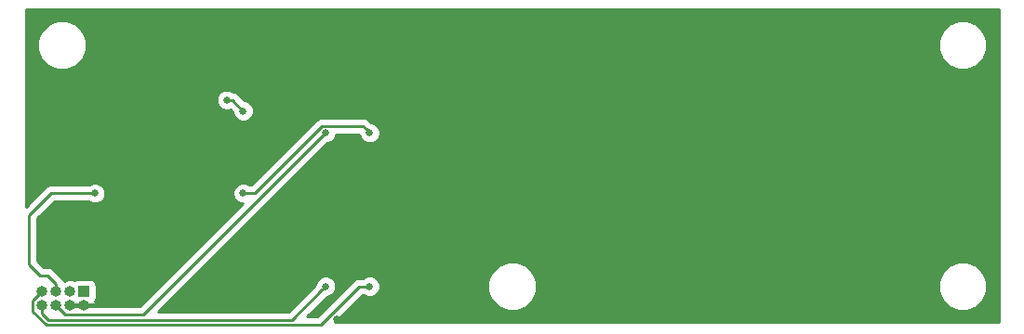
<source format=gbl>
G04 #@! TF.GenerationSoftware,KiCad,Pcbnew,5.0.1*
G04 #@! TF.CreationDate,2019-01-16T19:15:50-05:00*
G04 #@! TF.ProjectId,fydp,667964702E6B696361645F7063620000,rev?*
G04 #@! TF.SameCoordinates,Original*
G04 #@! TF.FileFunction,Copper,L2,Bot,Signal*
G04 #@! TF.FilePolarity,Positive*
%FSLAX46Y46*%
G04 Gerber Fmt 4.6, Leading zero omitted, Abs format (unit mm)*
G04 Created by KiCad (PCBNEW 5.0.1) date Wed 16 Jan 2019 07:15:50 PM EST*
%MOMM*%
%LPD*%
G01*
G04 APERTURE LIST*
G04 #@! TA.AperFunction,ComponentPad*
%ADD10R,1.000000X1.000000*%
G04 #@! TD*
G04 #@! TA.AperFunction,ComponentPad*
%ADD11O,1.000000X1.000000*%
G04 #@! TD*
G04 #@! TA.AperFunction,ViaPad*
%ADD12C,0.635000*%
G04 #@! TD*
G04 #@! TA.AperFunction,Conductor*
%ADD13C,0.250000*%
G04 #@! TD*
G04 #@! TA.AperFunction,Conductor*
%ADD14C,0.254000*%
G04 #@! TD*
G04 APERTURE END LIST*
D10*
G04 #@! TO.P,J1,1*
G04 #@! TO.N,+5V*
X6000000Y-26500000D03*
D11*
G04 #@! TO.P,J1,2*
G04 #@! TO.N,GND*
X6000000Y-27770000D03*
G04 #@! TO.P,J1,3*
G04 #@! TO.N,PD_out*
X4730000Y-26500000D03*
G04 #@! TO.P,J1,4*
G04 #@! TO.N,GND*
X4730000Y-27770000D03*
G04 #@! TO.P,J1,5*
G04 #@! TO.N,S3*
X3460000Y-26500000D03*
G04 #@! TO.P,J1,6*
G04 #@! TO.N,S2*
X3460000Y-27770000D03*
G04 #@! TO.P,J1,7*
G04 #@! TO.N,S1*
X2190000Y-26500000D03*
G04 #@! TO.P,J1,8*
G04 #@! TO.N,S0*
X2190000Y-27770000D03*
G04 #@! TD*
D12*
G04 #@! TO.N,GND*
X18000000Y-1500000D03*
X24000000Y-1500000D03*
X30000000Y-1500000D03*
X36000000Y-1500000D03*
X42000000Y-1500000D03*
X48000000Y-1500000D03*
X54000000Y-1500000D03*
X60000000Y-1500000D03*
X66000000Y-1500000D03*
X72000000Y-1500000D03*
X11500000Y-23214909D03*
X10500000Y-23214909D03*
X1500000Y-17500000D03*
X2500000Y-19500000D03*
X3500000Y-19500000D03*
X14736025Y-10421561D03*
X29000000Y-29000000D03*
X31000000Y-29000000D03*
X9500000Y-23500000D03*
X33000000Y-24000000D03*
X30927970Y-9190942D03*
X28927970Y-9190942D03*
X25000000Y-12500000D03*
X24000000Y-12500000D03*
X22500000Y-12500000D03*
X21500000Y-12500000D03*
G04 #@! TO.N,Net-(D1-Pad1)*
X20500000Y-10000000D03*
X19000000Y-9000000D03*
G04 #@! TO.N,S2*
X28000000Y-12000000D03*
G04 #@! TO.N,S0*
X28000000Y-26000000D03*
G04 #@! TO.N,S1*
X32000000Y-26000000D03*
G04 #@! TO.N,S3*
X7000000Y-17500000D03*
X20500000Y-17500000D03*
X32000000Y-12000000D03*
G04 #@! TD*
D13*
G04 #@! TO.N,Net-(D1-Pad1)*
X19500000Y-9000000D02*
X20500000Y-10000000D01*
X19000000Y-9000000D02*
X19500000Y-9000000D01*
G04 #@! TO.N,S2*
X27682501Y-12317499D02*
X28000000Y-12000000D01*
X4288201Y-28598201D02*
X11401799Y-28598201D01*
X11401799Y-28598201D02*
X27682501Y-12317499D01*
X3460000Y-27770000D02*
X4288201Y-28598201D01*
G04 #@! TO.N,S0*
X27682501Y-26317499D02*
X28000000Y-26000000D01*
X24948589Y-29051411D02*
X27682501Y-26317499D01*
X2764305Y-29051411D02*
X24948589Y-29051411D01*
X2190000Y-28477106D02*
X2764305Y-29051411D01*
X2190000Y-27770000D02*
X2190000Y-28477106D01*
G04 #@! TO.N,S1*
X31550988Y-26000000D02*
X32000000Y-26000000D01*
X31044362Y-26000000D02*
X31550988Y-26000000D01*
X27539741Y-29504621D02*
X31044362Y-26000000D01*
X2576580Y-29504621D02*
X27539741Y-29504621D01*
X1361799Y-28289840D02*
X2576580Y-29504621D01*
X1361799Y-27328201D02*
X1361799Y-28289840D01*
X2190000Y-26500000D02*
X1361799Y-27328201D01*
G04 #@! TO.N,S3*
X3460000Y-25792894D02*
X2667106Y-25000000D01*
X3460000Y-26500000D02*
X3460000Y-25792894D01*
X2667106Y-25000000D02*
X2000000Y-25000000D01*
X2000000Y-25000000D02*
X1000000Y-24000000D01*
X1000000Y-24000000D02*
X1000000Y-19500000D01*
X1000000Y-19500000D02*
X3000000Y-17500000D01*
X3000000Y-17500000D02*
X7000000Y-17500000D01*
X31682501Y-11682501D02*
X32000000Y-12000000D01*
X31354299Y-11354299D02*
X31682501Y-11682501D01*
X27690063Y-11354299D02*
X31354299Y-11354299D01*
X21544362Y-17500000D02*
X27690063Y-11354299D01*
X20500000Y-17500000D02*
X21544362Y-17500000D01*
G04 #@! TD*
D14*
G04 #@! TO.N,GND*
G36*
X89290001Y-29290000D02*
X28829163Y-29290000D01*
X31359164Y-26760000D01*
X31412961Y-26760000D01*
X31460452Y-26807491D01*
X31810536Y-26952500D01*
X32189464Y-26952500D01*
X32539548Y-26807491D01*
X32807491Y-26539548D01*
X32952500Y-26189464D01*
X32952500Y-25810536D01*
X32846833Y-25555431D01*
X42765000Y-25555431D01*
X42765000Y-26444569D01*
X43105259Y-27266026D01*
X43733974Y-27894741D01*
X44555431Y-28235000D01*
X45444569Y-28235000D01*
X46266026Y-27894741D01*
X46894741Y-27266026D01*
X47235000Y-26444569D01*
X47235000Y-25555431D01*
X83765000Y-25555431D01*
X83765000Y-26444569D01*
X84105259Y-27266026D01*
X84733974Y-27894741D01*
X85555431Y-28235000D01*
X86444569Y-28235000D01*
X87266026Y-27894741D01*
X87894741Y-27266026D01*
X88235000Y-26444569D01*
X88235000Y-25555431D01*
X87894741Y-24733974D01*
X87266026Y-24105259D01*
X86444569Y-23765000D01*
X85555431Y-23765000D01*
X84733974Y-24105259D01*
X84105259Y-24733974D01*
X83765000Y-25555431D01*
X47235000Y-25555431D01*
X46894741Y-24733974D01*
X46266026Y-24105259D01*
X45444569Y-23765000D01*
X44555431Y-23765000D01*
X43733974Y-24105259D01*
X43105259Y-24733974D01*
X42765000Y-25555431D01*
X32846833Y-25555431D01*
X32807491Y-25460452D01*
X32539548Y-25192509D01*
X32189464Y-25047500D01*
X31810536Y-25047500D01*
X31460452Y-25192509D01*
X31412961Y-25240000D01*
X31119210Y-25240000D01*
X31044362Y-25225112D01*
X30969514Y-25240000D01*
X30969510Y-25240000D01*
X30747825Y-25284096D01*
X30496433Y-25452071D01*
X30454033Y-25515527D01*
X27224940Y-28744621D01*
X26330181Y-28744621D01*
X28122303Y-26952500D01*
X28189464Y-26952500D01*
X28539548Y-26807491D01*
X28807491Y-26539548D01*
X28952500Y-26189464D01*
X28952500Y-25810536D01*
X28807491Y-25460452D01*
X28539548Y-25192509D01*
X28189464Y-25047500D01*
X27810536Y-25047500D01*
X27460452Y-25192509D01*
X27192509Y-25460452D01*
X27047500Y-25810536D01*
X27047500Y-25877697D01*
X24633788Y-28291411D01*
X12783390Y-28291411D01*
X28122302Y-12952500D01*
X28189464Y-12952500D01*
X28539548Y-12807491D01*
X28807491Y-12539548D01*
X28952500Y-12189464D01*
X28952500Y-12114299D01*
X31039498Y-12114299D01*
X31047500Y-12122301D01*
X31047500Y-12189464D01*
X31192509Y-12539548D01*
X31460452Y-12807491D01*
X31810536Y-12952500D01*
X32189464Y-12952500D01*
X32539548Y-12807491D01*
X32807491Y-12539548D01*
X32952500Y-12189464D01*
X32952500Y-11810536D01*
X32807491Y-11460452D01*
X32539548Y-11192509D01*
X32189464Y-11047500D01*
X32122301Y-11047500D01*
X31944630Y-10869829D01*
X31902228Y-10806370D01*
X31650836Y-10638395D01*
X31429151Y-10594299D01*
X31429146Y-10594299D01*
X31354299Y-10579411D01*
X31279452Y-10594299D01*
X27764911Y-10594299D01*
X27690063Y-10579411D01*
X27615215Y-10594299D01*
X27615211Y-10594299D01*
X27441668Y-10628819D01*
X27393525Y-10638395D01*
X27206481Y-10763375D01*
X27142134Y-10806370D01*
X27099734Y-10869826D01*
X21229561Y-16740000D01*
X21087039Y-16740000D01*
X21039548Y-16692509D01*
X20689464Y-16547500D01*
X20310536Y-16547500D01*
X19960452Y-16692509D01*
X19692509Y-16960452D01*
X19547500Y-17310536D01*
X19547500Y-17689464D01*
X19692509Y-18039548D01*
X19960452Y-18307491D01*
X20310536Y-18452500D01*
X20472698Y-18452500D01*
X11086998Y-27838201D01*
X4603669Y-27838201D01*
X4617235Y-27770000D01*
X4591973Y-27643000D01*
X4603000Y-27643000D01*
X4603000Y-27631973D01*
X4618217Y-27635000D01*
X4841783Y-27635000D01*
X4857000Y-27631973D01*
X4857000Y-27643000D01*
X5477678Y-27643000D01*
X5500000Y-27647440D01*
X6500000Y-27647440D01*
X6522322Y-27643000D01*
X6969135Y-27643000D01*
X7094132Y-27468123D01*
X7032667Y-27345777D01*
X7098157Y-27247765D01*
X7147440Y-27000000D01*
X7147440Y-26000000D01*
X7098157Y-25752235D01*
X6957809Y-25542191D01*
X6747765Y-25401843D01*
X6500000Y-25352560D01*
X5500000Y-25352560D01*
X5252235Y-25401843D01*
X5190836Y-25442869D01*
X5172855Y-25430854D01*
X4841783Y-25365000D01*
X4618217Y-25365000D01*
X4287145Y-25430854D01*
X4177454Y-25504147D01*
X4175904Y-25496357D01*
X4079822Y-25352560D01*
X4050329Y-25308420D01*
X4050327Y-25308418D01*
X4007929Y-25244965D01*
X3944475Y-25202567D01*
X3257437Y-24515529D01*
X3215035Y-24452071D01*
X2963643Y-24284096D01*
X2741958Y-24240000D01*
X2741953Y-24240000D01*
X2667106Y-24225112D01*
X2592259Y-24240000D01*
X2314802Y-24240000D01*
X1760000Y-23685199D01*
X1760000Y-19814801D01*
X3314802Y-18260000D01*
X6412961Y-18260000D01*
X6460452Y-18307491D01*
X6810536Y-18452500D01*
X7189464Y-18452500D01*
X7539548Y-18307491D01*
X7807491Y-18039548D01*
X7952500Y-17689464D01*
X7952500Y-17310536D01*
X7807491Y-16960452D01*
X7539548Y-16692509D01*
X7189464Y-16547500D01*
X6810536Y-16547500D01*
X6460452Y-16692509D01*
X6412961Y-16740000D01*
X3074846Y-16740000D01*
X2999999Y-16725112D01*
X2925152Y-16740000D01*
X2925148Y-16740000D01*
X2703463Y-16784096D01*
X2452071Y-16952071D01*
X2409671Y-17015527D01*
X710000Y-18715199D01*
X710000Y-8810536D01*
X18047500Y-8810536D01*
X18047500Y-9189464D01*
X18192509Y-9539548D01*
X18460452Y-9807491D01*
X18810536Y-9952500D01*
X19189464Y-9952500D01*
X19322566Y-9897367D01*
X19547500Y-10122302D01*
X19547500Y-10189464D01*
X19692509Y-10539548D01*
X19960452Y-10807491D01*
X20310536Y-10952500D01*
X20689464Y-10952500D01*
X21039548Y-10807491D01*
X21307491Y-10539548D01*
X21452500Y-10189464D01*
X21452500Y-9810536D01*
X21307491Y-9460452D01*
X21039548Y-9192509D01*
X20689464Y-9047500D01*
X20622302Y-9047500D01*
X20090331Y-8515530D01*
X20047929Y-8452071D01*
X19796537Y-8284096D01*
X19590065Y-8243026D01*
X19539548Y-8192509D01*
X19189464Y-8047500D01*
X18810536Y-8047500D01*
X18460452Y-8192509D01*
X18192509Y-8460452D01*
X18047500Y-8810536D01*
X710000Y-8810536D01*
X710000Y-3555431D01*
X1765000Y-3555431D01*
X1765000Y-4444569D01*
X2105259Y-5266026D01*
X2733974Y-5894741D01*
X3555431Y-6235000D01*
X4444569Y-6235000D01*
X5266026Y-5894741D01*
X5894741Y-5266026D01*
X6235000Y-4444569D01*
X6235000Y-3555431D01*
X83765000Y-3555431D01*
X83765000Y-4444569D01*
X84105259Y-5266026D01*
X84733974Y-5894741D01*
X85555431Y-6235000D01*
X86444569Y-6235000D01*
X87266026Y-5894741D01*
X87894741Y-5266026D01*
X88235000Y-4444569D01*
X88235000Y-3555431D01*
X87894741Y-2733974D01*
X87266026Y-2105259D01*
X86444569Y-1765000D01*
X85555431Y-1765000D01*
X84733974Y-2105259D01*
X84105259Y-2733974D01*
X83765000Y-3555431D01*
X6235000Y-3555431D01*
X5894741Y-2733974D01*
X5266026Y-2105259D01*
X4444569Y-1765000D01*
X3555431Y-1765000D01*
X2733974Y-2105259D01*
X2105259Y-2733974D01*
X1765000Y-3555431D01*
X710000Y-3555431D01*
X710000Y-710000D01*
X89290000Y-710000D01*
X89290001Y-29290000D01*
X89290001Y-29290000D01*
G37*
X89290001Y-29290000D02*
X28829163Y-29290000D01*
X31359164Y-26760000D01*
X31412961Y-26760000D01*
X31460452Y-26807491D01*
X31810536Y-26952500D01*
X32189464Y-26952500D01*
X32539548Y-26807491D01*
X32807491Y-26539548D01*
X32952500Y-26189464D01*
X32952500Y-25810536D01*
X32846833Y-25555431D01*
X42765000Y-25555431D01*
X42765000Y-26444569D01*
X43105259Y-27266026D01*
X43733974Y-27894741D01*
X44555431Y-28235000D01*
X45444569Y-28235000D01*
X46266026Y-27894741D01*
X46894741Y-27266026D01*
X47235000Y-26444569D01*
X47235000Y-25555431D01*
X83765000Y-25555431D01*
X83765000Y-26444569D01*
X84105259Y-27266026D01*
X84733974Y-27894741D01*
X85555431Y-28235000D01*
X86444569Y-28235000D01*
X87266026Y-27894741D01*
X87894741Y-27266026D01*
X88235000Y-26444569D01*
X88235000Y-25555431D01*
X87894741Y-24733974D01*
X87266026Y-24105259D01*
X86444569Y-23765000D01*
X85555431Y-23765000D01*
X84733974Y-24105259D01*
X84105259Y-24733974D01*
X83765000Y-25555431D01*
X47235000Y-25555431D01*
X46894741Y-24733974D01*
X46266026Y-24105259D01*
X45444569Y-23765000D01*
X44555431Y-23765000D01*
X43733974Y-24105259D01*
X43105259Y-24733974D01*
X42765000Y-25555431D01*
X32846833Y-25555431D01*
X32807491Y-25460452D01*
X32539548Y-25192509D01*
X32189464Y-25047500D01*
X31810536Y-25047500D01*
X31460452Y-25192509D01*
X31412961Y-25240000D01*
X31119210Y-25240000D01*
X31044362Y-25225112D01*
X30969514Y-25240000D01*
X30969510Y-25240000D01*
X30747825Y-25284096D01*
X30496433Y-25452071D01*
X30454033Y-25515527D01*
X27224940Y-28744621D01*
X26330181Y-28744621D01*
X28122303Y-26952500D01*
X28189464Y-26952500D01*
X28539548Y-26807491D01*
X28807491Y-26539548D01*
X28952500Y-26189464D01*
X28952500Y-25810536D01*
X28807491Y-25460452D01*
X28539548Y-25192509D01*
X28189464Y-25047500D01*
X27810536Y-25047500D01*
X27460452Y-25192509D01*
X27192509Y-25460452D01*
X27047500Y-25810536D01*
X27047500Y-25877697D01*
X24633788Y-28291411D01*
X12783390Y-28291411D01*
X28122302Y-12952500D01*
X28189464Y-12952500D01*
X28539548Y-12807491D01*
X28807491Y-12539548D01*
X28952500Y-12189464D01*
X28952500Y-12114299D01*
X31039498Y-12114299D01*
X31047500Y-12122301D01*
X31047500Y-12189464D01*
X31192509Y-12539548D01*
X31460452Y-12807491D01*
X31810536Y-12952500D01*
X32189464Y-12952500D01*
X32539548Y-12807491D01*
X32807491Y-12539548D01*
X32952500Y-12189464D01*
X32952500Y-11810536D01*
X32807491Y-11460452D01*
X32539548Y-11192509D01*
X32189464Y-11047500D01*
X32122301Y-11047500D01*
X31944630Y-10869829D01*
X31902228Y-10806370D01*
X31650836Y-10638395D01*
X31429151Y-10594299D01*
X31429146Y-10594299D01*
X31354299Y-10579411D01*
X31279452Y-10594299D01*
X27764911Y-10594299D01*
X27690063Y-10579411D01*
X27615215Y-10594299D01*
X27615211Y-10594299D01*
X27441668Y-10628819D01*
X27393525Y-10638395D01*
X27206481Y-10763375D01*
X27142134Y-10806370D01*
X27099734Y-10869826D01*
X21229561Y-16740000D01*
X21087039Y-16740000D01*
X21039548Y-16692509D01*
X20689464Y-16547500D01*
X20310536Y-16547500D01*
X19960452Y-16692509D01*
X19692509Y-16960452D01*
X19547500Y-17310536D01*
X19547500Y-17689464D01*
X19692509Y-18039548D01*
X19960452Y-18307491D01*
X20310536Y-18452500D01*
X20472698Y-18452500D01*
X11086998Y-27838201D01*
X4603669Y-27838201D01*
X4617235Y-27770000D01*
X4591973Y-27643000D01*
X4603000Y-27643000D01*
X4603000Y-27631973D01*
X4618217Y-27635000D01*
X4841783Y-27635000D01*
X4857000Y-27631973D01*
X4857000Y-27643000D01*
X5477678Y-27643000D01*
X5500000Y-27647440D01*
X6500000Y-27647440D01*
X6522322Y-27643000D01*
X6969135Y-27643000D01*
X7094132Y-27468123D01*
X7032667Y-27345777D01*
X7098157Y-27247765D01*
X7147440Y-27000000D01*
X7147440Y-26000000D01*
X7098157Y-25752235D01*
X6957809Y-25542191D01*
X6747765Y-25401843D01*
X6500000Y-25352560D01*
X5500000Y-25352560D01*
X5252235Y-25401843D01*
X5190836Y-25442869D01*
X5172855Y-25430854D01*
X4841783Y-25365000D01*
X4618217Y-25365000D01*
X4287145Y-25430854D01*
X4177454Y-25504147D01*
X4175904Y-25496357D01*
X4079822Y-25352560D01*
X4050329Y-25308420D01*
X4050327Y-25308418D01*
X4007929Y-25244965D01*
X3944475Y-25202567D01*
X3257437Y-24515529D01*
X3215035Y-24452071D01*
X2963643Y-24284096D01*
X2741958Y-24240000D01*
X2741953Y-24240000D01*
X2667106Y-24225112D01*
X2592259Y-24240000D01*
X2314802Y-24240000D01*
X1760000Y-23685199D01*
X1760000Y-19814801D01*
X3314802Y-18260000D01*
X6412961Y-18260000D01*
X6460452Y-18307491D01*
X6810536Y-18452500D01*
X7189464Y-18452500D01*
X7539548Y-18307491D01*
X7807491Y-18039548D01*
X7952500Y-17689464D01*
X7952500Y-17310536D01*
X7807491Y-16960452D01*
X7539548Y-16692509D01*
X7189464Y-16547500D01*
X6810536Y-16547500D01*
X6460452Y-16692509D01*
X6412961Y-16740000D01*
X3074846Y-16740000D01*
X2999999Y-16725112D01*
X2925152Y-16740000D01*
X2925148Y-16740000D01*
X2703463Y-16784096D01*
X2452071Y-16952071D01*
X2409671Y-17015527D01*
X710000Y-18715199D01*
X710000Y-8810536D01*
X18047500Y-8810536D01*
X18047500Y-9189464D01*
X18192509Y-9539548D01*
X18460452Y-9807491D01*
X18810536Y-9952500D01*
X19189464Y-9952500D01*
X19322566Y-9897367D01*
X19547500Y-10122302D01*
X19547500Y-10189464D01*
X19692509Y-10539548D01*
X19960452Y-10807491D01*
X20310536Y-10952500D01*
X20689464Y-10952500D01*
X21039548Y-10807491D01*
X21307491Y-10539548D01*
X21452500Y-10189464D01*
X21452500Y-9810536D01*
X21307491Y-9460452D01*
X21039548Y-9192509D01*
X20689464Y-9047500D01*
X20622302Y-9047500D01*
X20090331Y-8515530D01*
X20047929Y-8452071D01*
X19796537Y-8284096D01*
X19590065Y-8243026D01*
X19539548Y-8192509D01*
X19189464Y-8047500D01*
X18810536Y-8047500D01*
X18460452Y-8192509D01*
X18192509Y-8460452D01*
X18047500Y-8810536D01*
X710000Y-8810536D01*
X710000Y-3555431D01*
X1765000Y-3555431D01*
X1765000Y-4444569D01*
X2105259Y-5266026D01*
X2733974Y-5894741D01*
X3555431Y-6235000D01*
X4444569Y-6235000D01*
X5266026Y-5894741D01*
X5894741Y-5266026D01*
X6235000Y-4444569D01*
X6235000Y-3555431D01*
X83765000Y-3555431D01*
X83765000Y-4444569D01*
X84105259Y-5266026D01*
X84733974Y-5894741D01*
X85555431Y-6235000D01*
X86444569Y-6235000D01*
X87266026Y-5894741D01*
X87894741Y-5266026D01*
X88235000Y-4444569D01*
X88235000Y-3555431D01*
X87894741Y-2733974D01*
X87266026Y-2105259D01*
X86444569Y-1765000D01*
X85555431Y-1765000D01*
X84733974Y-2105259D01*
X84105259Y-2733974D01*
X83765000Y-3555431D01*
X6235000Y-3555431D01*
X5894741Y-2733974D01*
X5266026Y-2105259D01*
X4444569Y-1765000D01*
X3555431Y-1765000D01*
X2733974Y-2105259D01*
X2105259Y-2733974D01*
X1765000Y-3555431D01*
X710000Y-3555431D01*
X710000Y-710000D01*
X89290000Y-710000D01*
X89290001Y-29290000D01*
G04 #@! TD*
M02*

</source>
